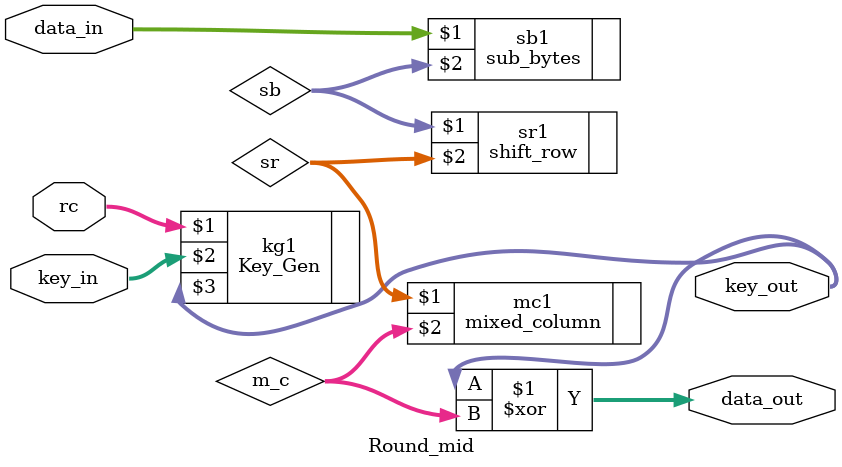
<source format=v>
module Round_mid(rc, data_in, key_in, key_out, data_out);

input [3:0] rc;
input [127:0] key_in, data_in;
output [127:0] key_out, data_out;

wire [127:0] sb, sr, m_c;

Key_Gen kg1(rc, key_in, key_out);
sub_bytes sb1(data_in, sb);
shift_row sr1(sb, sr);
mixed_column mc1(sr, m_c);

assign data_out = key_out ^ m_c;

endmodule

</source>
